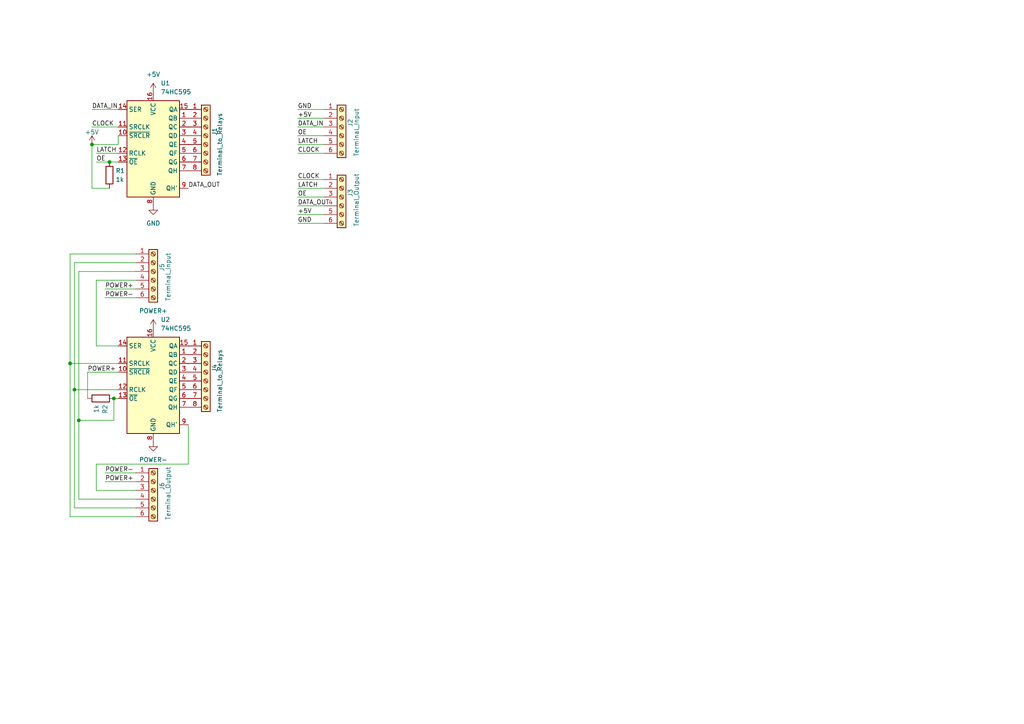
<source format=kicad_sch>
(kicad_sch (version 20250114) (generator "eeschema") (generator_version "9.0")
  (paper "A4")
  (lib_symbols
    (symbol "74xx:74HC595"
      (property "Reference" "U" (at -7.62 13.97 0))
      (property "Value" "74HC595" (at -7.62 -16.51 0))
      (symbol "74HC595_1_0"
        (pin input line (at -10.16 10.16 0) (length 2.54) (name "SER") (number "14"))
        (pin input line (at -10.16 5.08 0) (length 2.54) (name "SRCLK") (number "11"))
        (pin input line (at -10.16 2.54 0) (length 2.54) (name "~{SRCLR}") (number "10"))
        (pin input line (at -10.16 -2.54 0) (length 2.54) (name "RCLK") (number "12"))
        (pin input line (at -10.16 -5.08 0) (length 2.54) (name "~{OE}") (number "13"))
        (pin power_in line (at 0 15.24 270) (length 2.54) (name "VCC") (number "16"))
        (pin power_in line (at 0 -17.78 90) (length 2.54) (name "GND") (number "8"))
        (pin tri_state line (at 10.16 10.16 180) (length 2.54) (name "QA") (number "15"))
        (pin tri_state line (at 10.16 7.62 180) (length 2.54) (name "QB") (number "1"))
        (pin tri_state line (at 10.16 5.08 180) (length 2.54) (name "QC") (number "2"))
        (pin tri_state line (at 10.16 2.54 180) (length 2.54) (name "QD") (number "3"))
        (pin tri_state line (at 10.16 0 180) (length 2.54) (name "QE") (number "4"))
        (pin tri_state line (at 10.16 -2.54 180) (length 2.54) (name "QF") (number "5"))
        (pin tri_state line (at 10.16 -5.08 180) (length 2.54) (name "QG") (number "6"))
        (pin tri_state line (at 10.16 -7.62 180) (length 2.54) (name "QH") (number "7"))
        (pin output line (at 10.16 -12.7 180) (length 2.54) (name "QH'") (number "9"))
      )
      (symbol "74HC595_1_1"
        (rectangle (start -7.62 12.7) (end 7.62 -15.24) (stroke (width 0.254)) (fill (type background)))
      )
    )
    (symbol "Connector:Screw_Terminal_01x06" (pin_names (offset 1.016) (hide yes))
      (property "Reference" "J" (at 0 7.62 0))
      (property "Value" "Screw_Terminal_01x06" (at 0 -10.16 0))
      (symbol "Screw_Terminal_01x06_1_1"
        (rectangle (start -1.27 6.35) (end 1.27 -8.89) (stroke (width 0.254)) (fill (type background)))
        (polyline (pts (xy -0.5334 5.4102) (xy 0.3302 4.572)) (stroke (width 0.1524)))
        (polyline (pts (xy -0.5334 2.8702) (xy 0.3302 2.032)) (stroke (width 0.1524)))
        (polyline (pts (xy -0.5334 0.3302) (xy 0.3302 -0.508)) (stroke (width 0.1524)))
        (polyline (pts (xy -0.5334 -2.2098) (xy 0.3302 -3.048)) (stroke (width 0.1524)))
        (polyline (pts (xy -0.5334 -4.7498) (xy 0.3302 -5.588)) (stroke (width 0.1524)))
        (polyline (pts (xy -0.5334 -7.2898) (xy 0.3302 -8.128)) (stroke (width 0.1524)))
        (polyline (pts (xy -0.3556 5.588) (xy 0.508 4.7498)) (stroke (width 0.1524)))
        (polyline (pts (xy -0.3556 3.048) (xy 0.508 2.2098)) (stroke (width 0.1524)))
        (polyline (pts (xy -0.3556 0.508) (xy 0.508 -0.3302)) (stroke (width 0.1524)))
        (polyline (pts (xy -0.3556 -2.032) (xy 0.508 -2.8702)) (stroke (width 0.1524)))
        (polyline (pts (xy -0.3556 -4.572) (xy 0.508 -5.4102)) (stroke (width 0.1524)))
        (polyline (pts (xy -0.3556 -7.112) (xy 0.508 -7.9502)) (stroke (width 0.1524)))
        (circle (center 0 5.08) (radius 0.635) (stroke (width 0.1524)))
        (circle (center 0 2.54) (radius 0.635) (stroke (width 0.1524)))
        (circle (center 0 0) (radius 0.635) (stroke (width 0.1524)))
        (circle (center 0 -2.54) (radius 0.635) (stroke (width 0.1524)))
        (circle (center 0 -5.08) (radius 0.635) (stroke (width 0.1524)))
        (circle (center 0 -7.62) (radius 0.635) (stroke (width 0.1524)))
        (pin passive line (at -5.08 5.08 0) (length 3.81) (name "Pin_1") (number "1"))
        (pin passive line (at -5.08 2.54 0) (length 3.81) (name "Pin_2") (number "2"))
        (pin passive line (at -5.08 0 0) (length 3.81) (name "Pin_3") (number "3"))
        (pin passive line (at -5.08 -2.54 0) (length 3.81) (name "Pin_4") (number "4"))
        (pin passive line (at -5.08 -5.08 0) (length 3.81) (name "Pin_5") (number "5"))
        (pin passive line (at -5.08 -7.62 0) (length 3.81) (name "Pin_6") (number "6"))
      )
    )
    (symbol "Connector:Screw_Terminal_01x08" (pin_names (offset 1.016) (hide yes))
      (property "Reference" "J" (at 0 10.16 0))
      (property "Value" "Screw_Terminal_01x08" (at 0 -12.7 0))
      (symbol "Screw_Terminal_01x08_1_1"
        (rectangle (start -1.27 8.89) (end 1.27 -11.43) (stroke (width 0.254)) (fill (type background)))
        (polyline (pts (xy -0.5334 7.9502) (xy 0.3302 7.112)) (stroke (width 0.1524)))
        (polyline (pts (xy -0.5334 5.4102) (xy 0.3302 4.572)) (stroke (width 0.1524)))
        (polyline (pts (xy -0.5334 2.8702) (xy 0.3302 2.032)) (stroke (width 0.1524)))
        (polyline (pts (xy -0.5334 0.3302) (xy 0.3302 -0.508)) (stroke (width 0.1524)))
        (polyline (pts (xy -0.5334 -2.2098) (xy 0.3302 -3.048)) (stroke (width 0.1524)))
        (polyline (pts (xy -0.5334 -4.7498) (xy 0.3302 -5.588)) (stroke (width 0.1524)))
        (polyline (pts (xy -0.5334 -7.2898) (xy 0.3302 -8.128)) (stroke (width 0.1524)))
        (polyline (pts (xy -0.5334 -9.8298) (xy 0.3302 -10.668)) (stroke (width 0.1524)))
        (polyline (pts (xy -0.3556 8.128) (xy 0.508 7.2898)) (stroke (width 0.1524)))
        (polyline (pts (xy -0.3556 5.588) (xy 0.508 4.7498)) (stroke (width 0.1524)))
        (polyline (pts (xy -0.3556 3.048) (xy 0.508 2.2098)) (stroke (width 0.1524)))
        (polyline (pts (xy -0.3556 0.508) (xy 0.508 -0.3302)) (stroke (width 0.1524)))
        (polyline (pts (xy -0.3556 -2.032) (xy 0.508 -2.8702)) (stroke (width 0.1524)))
        (polyline (pts (xy -0.3556 -4.572) (xy 0.508 -5.4102)) (stroke (width 0.1524)))
        (polyline (pts (xy -0.3556 -7.112) (xy 0.508 -7.9502)) (stroke (width 0.1524)))
        (polyline (pts (xy -0.3556 -9.652) (xy 0.508 -10.4902)) (stroke (width 0.1524)))
        (circle (center 0 7.62) (radius 0.635) (stroke (width 0.1524)))
        (circle (center 0 5.08) (radius 0.635) (stroke (width 0.1524)))
        (circle (center 0 2.54) (radius 0.635) (stroke (width 0.1524)))
        (circle (center 0 0) (radius 0.635) (stroke (width 0.1524)))
        (circle (center 0 -2.54) (radius 0.635) (stroke (width 0.1524)))
        (circle (center 0 -5.08) (radius 0.635) (stroke (width 0.1524)))
        (circle (center 0 -7.62) (radius 0.635) (stroke (width 0.1524)))
        (circle (center 0 -10.16) (radius 0.635) (stroke (width 0.1524)))
        (pin passive line (at -5.08 7.62 0) (length 3.81) (name "Pin_1") (number "1"))
        (pin passive line (at -5.08 5.08 0) (length 3.81) (name "Pin_2") (number "2"))
        (pin passive line (at -5.08 2.54 0) (length 3.81) (name "Pin_3") (number "3"))
        (pin passive line (at -5.08 0 0) (length 3.81) (name "Pin_4") (number "4"))
        (pin passive line (at -5.08 -2.54 0) (length 3.81) (name "Pin_5") (number "5"))
        (pin passive line (at -5.08 -5.08 0) (length 3.81) (name "Pin_6") (number "6"))
        (pin passive line (at -5.08 -7.62 0) (length 3.81) (name "Pin_7") (number "7"))
        (pin passive line (at -5.08 -10.16 0) (length 3.81) (name "Pin_8") (number "8"))
      )
    )
    (symbol "Device:R" (pin_numbers (hide yes)) (pin_names (offset 0))
      (property "Reference" "R" (at 2.032 0 90))
      (property "Value" "R" (at 0 0 90))
      (symbol "R_0_1"
        (rectangle (start -1.016 -2.54) (end 1.016 2.54) (stroke (width 0.254)))
      )
      (symbol "R_1_1"
        (pin passive line (at 0 3.81 270) (length 1.27) (name "~") (number "1"))
        (pin passive line (at 0 -3.81 90) (length 1.27) (name "~") (number "2"))
      )
    )
    (symbol "power:+5V" (power) (pin_numbers (hide yes)) (pin_names (offset 0) (hide yes))
      (property "Value" "+5V" (at 0 3.556 0))
      (symbol "+5V_0_1"
        (polyline (pts (xy -0.762 1.27) (xy 0 2.54)))
        (polyline (pts (xy 0 2.54) (xy 0.762 1.27)))
        (polyline (pts (xy 0 0) (xy 0 2.54)))
      )
      (symbol "+5V_1_1"
        (pin power_in line (at 0 0 90) (length 0) (name "~") (number "1"))
      )
    )
    (symbol "power:GND" (power) (pin_numbers (hide yes)) (pin_names (offset 0) (hide yes))
      (property "Value" "GND" (at 0 -3.81 0))
      (symbol "GND_0_1"
        (polyline (pts (xy 0 0) (xy 0 -1.27) (xy 1.27 -1.27) (xy 0 -2.54) (xy -1.27 -1.27) (xy 0 -1.27)))
      )
      (symbol "GND_1_1"
        (pin power_in line (at 0 0 270) (length 0) (name "~") (number "1"))
      )
    )
  )
  (junction (at 33.02 115.57))
  (junction (at 31.75 46.99))
  (junction (at 26.67 41.91))
  (junction (at 20.32 105.41))
  (junction (at 22.86 121.92))
  (junction (at 21.59 113.03))
  (wire (pts (xy 27.94 100.33) (xy 34.29 100.33)))
  (wire (pts (xy 86.36 57.15) (xy 93.98 57.15)))
  (wire (pts (xy 39.37 147.32) (xy 21.59 147.32)))
  (wire (pts (xy 26.67 54.61) (xy 31.75 54.61)))
  (wire (pts (xy 34.29 46.99) (xy 31.75 46.99)))
  (wire (pts (xy 30.48 83.82) (xy 39.37 83.82)))
  (wire (pts (xy 39.37 142.24) (xy 27.94 142.24)))
  (wire (pts (xy 39.37 144.78) (xy 22.86 144.78)))
  (wire (pts (xy 86.36 39.37) (xy 93.98 39.37)))
  (wire (pts (xy 22.86 121.92) (xy 33.02 121.92)))
  (wire (pts (xy 93.98 59.69) (xy 86.36 59.69)))
  (wire (pts (xy 54.61 134.62) (xy 54.61 123.19)))
  (wire (pts (xy 34.29 44.45) (xy 27.94 44.45)))
  (wire (pts (xy 93.98 54.61) (xy 86.36 54.61)))
  (wire (pts (xy 93.98 41.91) (xy 86.36 41.91)))
  (wire (pts (xy 39.37 137.16) (xy 30.48 137.16)))
  (wire (pts (xy 27.94 142.24) (xy 27.94 134.62)))
  (wire (pts (xy 26.67 41.91) (xy 34.29 41.91)))
  (wire (pts (xy 25.4 107.95) (xy 25.4 115.57)))
  (wire (pts (xy 39.37 86.36) (xy 30.48 86.36)))
  (wire (pts (xy 27.94 134.62) (xy 54.61 134.62)))
  (wire (pts (xy 39.37 78.74) (xy 22.86 78.74)))
  (wire (pts (xy 26.67 41.91) (xy 26.67 54.61)))
  (wire (pts (xy 21.59 113.03) (xy 34.29 113.03)))
  (wire (pts (xy 93.98 62.23) (xy 86.36 62.23)))
  (wire (pts (xy 39.37 73.66) (xy 20.32 73.66)))
  (wire (pts (xy 30.48 139.7) (xy 39.37 139.7)))
  (wire (pts (xy 22.86 78.74) (xy 22.86 121.92)))
  (wire (pts (xy 21.59 76.2) (xy 21.59 113.03)))
  (wire (pts (xy 39.37 149.86) (xy 20.32 149.86)))
  (wire (pts (xy 27.94 81.28) (xy 27.94 100.33)))
  (wire (pts (xy 39.37 76.2) (xy 21.59 76.2)))
  (wire (pts (xy 20.32 105.41) (xy 34.29 105.41)))
  (wire (pts (xy 34.29 31.75) (xy 26.67 31.75)))
  (wire (pts (xy 93.98 36.83) (xy 86.36 36.83)))
  (wire (pts (xy 21.59 147.32) (xy 21.59 113.03)))
  (wire (pts (xy 86.36 44.45) (xy 93.98 44.45)))
  (wire (pts (xy 39.37 81.28) (xy 27.94 81.28)))
  (wire (pts (xy 33.02 115.57) (xy 34.29 115.57)))
  (wire (pts (xy 34.29 107.95) (xy 25.4 107.95)))
  (wire (pts (xy 20.32 73.66) (xy 20.32 105.41)))
  (wire (pts (xy 34.29 36.83) (xy 26.67 36.83)))
  (wire (pts (xy 86.36 52.07) (xy 93.98 52.07)))
  (wire (pts (xy 93.98 31.75) (xy 86.36 31.75)))
  (wire (pts (xy 86.36 34.29) (xy 93.98 34.29)))
  (wire (pts (xy 33.02 121.92) (xy 33.02 115.57)))
  (wire (pts (xy 34.29 39.37) (xy 34.29 41.91)))
  (wire (pts (xy 22.86 121.92) (xy 22.86 144.78)))
  (wire (pts (xy 27.94 46.99) (xy 31.75 46.99)))
  (wire (pts (xy 86.36 64.77) (xy 93.98 64.77)))
  (wire (pts (xy 20.32 149.86) (xy 20.32 105.41)))
  (label "+5V" (at 86.36 62.23 0))
  (label "POWER-" (at 30.48 137.16 0))
  (label "POWER+" (at 30.48 83.82 0))
  (label "+5V" (at 86.36 34.29 0))
  (label "DATA_OUT" (at 86.36 59.69 0))
  (label "LATCH" (at 86.36 54.61 0))
  (label "CLOCK" (at 86.36 52.07 0))
  (label "POWER+" (at 25.4 107.95 0))
  (label "OE" (at 86.36 57.15 0))
  (label "CLOCK" (at 86.36 44.45 0))
  (label "LATCH" (at 86.36 41.91 0))
  (label "LATCH" (at 27.94 44.45 0))
  (label "DATA_IN" (at 86.36 36.83 0))
  (label "POWER+" (at 30.48 139.7 0))
  (label "OE" (at 27.94 46.99 0))
  (label "DATA_IN" (at 26.67 31.75 0))
  (label "DATA_OUT" (at 54.61 54.61 0))
  (label "GND" (at 86.36 31.75 0))
  (label "POWER-" (at 30.48 86.36 0))
  (label "GND" (at 86.36 64.77 0))
  (label "CLOCK" (at 26.67 36.83 0))
  (label "OE" (at 86.36 39.37 0))
  (symbol (lib_id "power:+5V") (at 26.67 41.91 0) (unit 1)
    (property "Reference" "#PWR02" (effects (hide yes)))
    (property "Value" "+5V" (at 26.67 38.354 0))
    (property "Description" "Power symbol creates a global label with name \"+5V\"" (effects (hide yes)))
  )
  (symbol (lib_id "power:+5V") (at 44.45 95.25 0) (unit 1)
    (property "Reference" "#PWR05" (effects (hide yes)))
    (property "Value" "POWER+" (at 44.45 90.17 0))
    (property "Description" "Power symbol creates a global label with name \"+5V\"" (effects (hide yes)))
  )
  (symbol (lib_id "Device:R") (at 31.75 50.8 0) (unit 1)
    (property "Reference" "R1" (at 33.528 49.53 0) (effects (justify left)))
    (property "Value" "1k" (at 33.528 52.07 0) (effects (justify left)))
    (property "Footprint" "Resistor_THT:R_Axial_DIN0204_L3.6mm_D1.6mm_P7.62mm_Horizontal" (effects (hide yes)))
    (property "Description" "Resistor" (effects (hide yes)))
  )
  (symbol (lib_id "Connector:Screw_Terminal_01x08") (at 59.69 39.37 0) (unit 1)
    (property "Reference" "J1" (at 62.23 39.3699 90) (effects (justify left)))
    (property "Value" "Terminal_to_Relays" (at 63.754 51.054 90) (effects (justify left)))
    (property "Footprint" "TerminalBlock:TerminalBlock_MaiXu_MX126-5.0-08P_1x08_P5.00mm" (effects (hide yes)))
    (property "Description" "Generic screw terminal, single row, 01x08, script generated (kicad-library-utils/schlib/autogen/connector/)" (effects (hide yes)))
  )
  (symbol (lib_id "Connector:Screw_Terminal_01x06") (at 44.45 78.74 0) (unit 1)
    (property "Reference" "J5" (at 46.99 78.7399 90) (effects (justify left)))
    (property "Value" "Terminal_Input" (at 48.768 87.376 90) (effects (justify left)))
    (property "Footprint" "TerminalBlock:TerminalBlock_Xinya_XY308-2.54-6P_1x06_P2.54mm_Horizontal" (effects (hide yes)))
    (property "Description" "Generic screw terminal, single row, 01x06, script generated (kicad-library-utils/schlib/autogen/connector/)" (effects (hide yes)))
  )
  (symbol (lib_id "Connector:Screw_Terminal_01x06") (at 44.45 142.24 0) (unit 1)
    (property "Reference" "J6" (at 46.99 142.2399 90) (effects (justify left)))
    (property "Value" "Terminal_Output" (at 48.768 150.876 90) (effects (justify left)))
    (property "Footprint" "TerminalBlock:TerminalBlock_Xinya_XY308-2.54-6P_1x06_P2.54mm_Horizontal" (effects (hide yes)))
    (property "Description" "Generic screw terminal, single row, 01x06, script generated (kicad-library-utils/schlib/autogen/connector/)" (effects (hide yes)))
  )
  (symbol (lib_id "74xx:74HC595") (at 44.45 41.91 0) (unit 1)
    (property "Reference" "U1" (at 46.5933 24.13 0) (effects (justify left)))
    (property "Value" "74HC595" (at 46.5933 26.67 0) (effects (justify left)))
    (property "Footprint" "Package_DIP:DIP-16_W7.62mm_LongPads" (effects (hide yes)))
    (property "Datasheet" "http://www.ti.com/lit/ds/symlink/sn74hc595.pdf" (effects (hide yes)))
    (property "Description" "8-bit serial in/out Shift Register 3-State Outputs" (effects (hide yes)))
  )
  (symbol (lib_id "power:GND") (at 44.45 59.69 0) (unit 1)
    (property "Reference" "#PWR03" (effects (hide yes)))
    (property "Value" "GND" (at 44.45 64.77 0))
    (property "Description" "Power symbol creates a global label with name \"GND\" , ground" (effects (hide yes)))
  )
  (symbol (lib_id "Connector:Screw_Terminal_01x06") (at 99.06 36.83 0) (unit 1)
    (property "Reference" "J2" (at 101.6 36.8299 90) (effects (justify left)))
    (property "Value" "Terminal_Input" (at 103.378 45.466 90) (effects (justify left)))
    (property "Footprint" "TerminalBlock:TerminalBlock_Xinya_XY308-2.54-6P_1x06_P2.54mm_Horizontal" (effects (hide yes)))
    (property "Description" "Generic screw terminal, single row, 01x06, script generated (kicad-library-utils/schlib/autogen/connector/)" (effects (hide yes)))
  )
  (symbol (lib_id "Connector:Screw_Terminal_01x06") (at 99.06 57.15 0) (unit 1)
    (property "Reference" "J3" (at 101.6 57.1499 90) (effects (justify left)))
    (property "Value" "Terminal_Output" (at 103.378 65.786 90) (effects (justify left)))
    (property "Footprint" "TerminalBlock:TerminalBlock_Xinya_XY308-2.54-6P_1x06_P2.54mm_Horizontal" (effects (hide yes)))
    (property "Description" "Generic screw terminal, single row, 01x06, script generated (kicad-library-utils/schlib/autogen/connector/)" (effects (hide yes)))
  )
  (symbol (lib_id "Connector:Screw_Terminal_01x08") (at 59.69 107.95 0) (unit 1)
    (property "Reference" "J4" (at 62.23 107.9499 90) (effects (justify left)))
    (property "Value" "Terminal_to_Relays" (at 63.754 119.634 90) (effects (justify left)))
    (property "Footprint" "TerminalBlock:TerminalBlock_MaiXu_MX126-5.0-08P_1x08_P5.00mm" (effects (hide yes)))
    (property "Description" "Generic screw terminal, single row, 01x08, script generated (kicad-library-utils/schlib/autogen/connector/)" (effects (hide yes)))
  )
  (symbol (lib_id "power:GND") (at 44.45 128.27 0) (unit 1)
    (property "Reference" "#PWR06" (effects (hide yes)))
    (property "Value" "POWER-" (at 44.45 133.35 0))
    (property "Description" "Power symbol creates a global label with name \"GND\" , ground" (effects (hide yes)))
  )
  (symbol (lib_id "Device:R") (at 29.21 115.57 270) (unit 1)
    (property "Reference" "R2" (at 30.48 117.348 0) (effects (justify left)))
    (property "Value" "1k" (at 27.94 117.348 0) (effects (justify left)))
    (property "Footprint" "Resistor_THT:R_Axial_DIN0204_L3.6mm_D1.6mm_P7.62mm_Horizontal" (effects (hide yes)))
    (property "Description" "Resistor" (effects (hide yes)))
  )
  (symbol (lib_id "74xx:74HC595") (at 44.45 110.49 0) (unit 1)
    (property "Reference" "U2" (at 46.5933 92.71 0) (effects (justify left)))
    (property "Value" "74HC595" (at 46.5933 95.25 0) (effects (justify left)))
    (property "Footprint" "Package_DIP:DIP-16_W7.62mm_LongPads" (effects (hide yes)))
    (property "Datasheet" "http://www.ti.com/lit/ds/symlink/sn74hc595.pdf" (effects (hide yes)))
    (property "Description" "8-bit serial in/out Shift Register 3-State Outputs" (effects (hide yes)))
  )
  (symbol (lib_id "power:+5V") (at 44.45 26.67 0) (unit 1)
    (property "Reference" "#PWR01" (effects (hide yes)))
    (property "Value" "+5V" (at 44.45 21.59 0))
    (property "Description" "Power symbol creates a global label with name \"+5V\"" (effects (hide yes)))
  )
)
</source>
